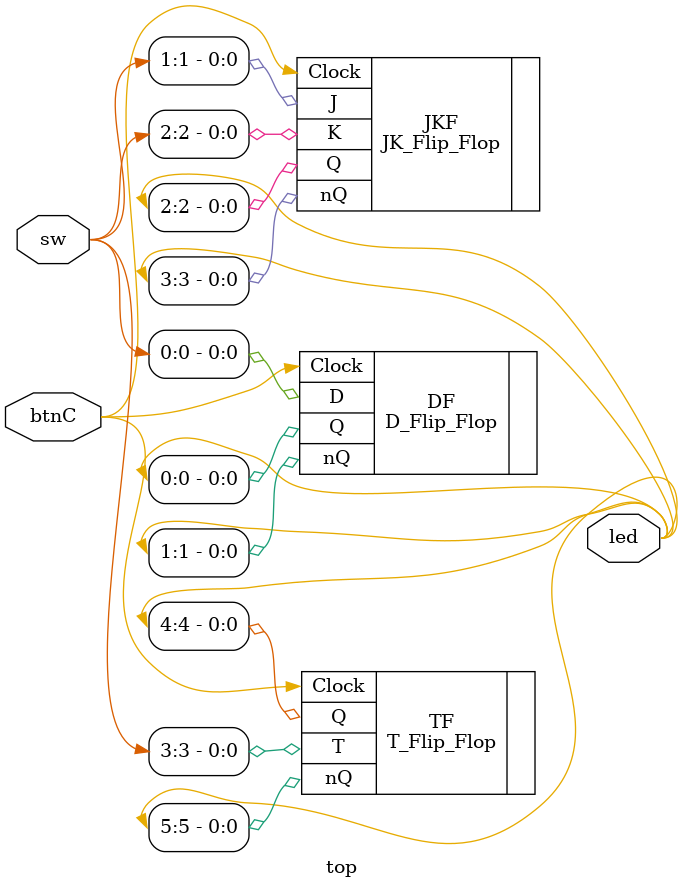
<source format=v>
module top(
    input [3:0] sw,
    input btnC,
    output [5:0] led
);
    D_Flip_Flop DF(
        .D(sw[0]),
        .Clock(btnC),
        .Q(led[0]),
        .nQ(led[1])
    );
    
    JK_Flip_Flop JKF(
        .J(sw[1]),
        .K(sw[2]),
        .Clock(btnC),
        .Q(led[2]),
        .nQ(led[3])
    );

    T_Flip_Flop TF(
        .T(sw[3]),
        .Clock(btnC),
        .Q(led[4]),
        .nQ(led[5])
    );

endmodule

</source>
